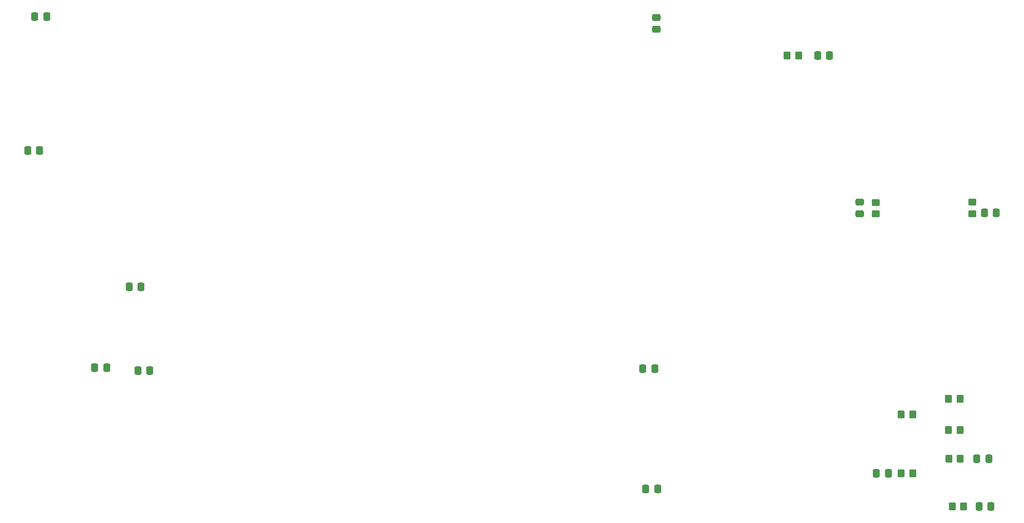
<source format=gbr>
%TF.GenerationSoftware,KiCad,Pcbnew,9.0.6*%
%TF.CreationDate,2026-01-14T23:40:17-08:00*%
%TF.ProjectId,ald_control_board,616c645f-636f-46e7-9472-6f6c5f626f61,rev?*%
%TF.SameCoordinates,Original*%
%TF.FileFunction,Paste,Top*%
%TF.FilePolarity,Positive*%
%FSLAX46Y46*%
G04 Gerber Fmt 4.6, Leading zero omitted, Abs format (unit mm)*
G04 Created by KiCad (PCBNEW 9.0.6) date 2026-01-14 23:40:17*
%MOMM*%
%LPD*%
G01*
G04 APERTURE LIST*
G04 Aperture macros list*
%AMRoundRect*
0 Rectangle with rounded corners*
0 $1 Rounding radius*
0 $2 $3 $4 $5 $6 $7 $8 $9 X,Y pos of 4 corners*
0 Add a 4 corners polygon primitive as box body*
4,1,4,$2,$3,$4,$5,$6,$7,$8,$9,$2,$3,0*
0 Add four circle primitives for the rounded corners*
1,1,$1+$1,$2,$3*
1,1,$1+$1,$4,$5*
1,1,$1+$1,$6,$7*
1,1,$1+$1,$8,$9*
0 Add four rect primitives between the rounded corners*
20,1,$1+$1,$2,$3,$4,$5,0*
20,1,$1+$1,$4,$5,$6,$7,0*
20,1,$1+$1,$6,$7,$8,$9,0*
20,1,$1+$1,$8,$9,$2,$3,0*%
G04 Aperture macros list end*
%ADD10RoundRect,0.250000X0.475000X-0.337500X0.475000X0.337500X-0.475000X0.337500X-0.475000X-0.337500X0*%
%ADD11RoundRect,0.250000X-0.450000X0.350000X-0.450000X-0.350000X0.450000X-0.350000X0.450000X0.350000X0*%
%ADD12RoundRect,0.250000X-0.337500X-0.475000X0.337500X-0.475000X0.337500X0.475000X-0.337500X0.475000X0*%
%ADD13RoundRect,0.250000X0.350000X0.450000X-0.350000X0.450000X-0.350000X-0.450000X0.350000X-0.450000X0*%
%ADD14RoundRect,0.250000X-0.475000X0.337500X-0.475000X-0.337500X0.475000X-0.337500X0.475000X0.337500X0*%
%ADD15RoundRect,0.250000X0.337500X0.475000X-0.337500X0.475000X-0.337500X-0.475000X0.337500X-0.475000X0*%
%ADD16RoundRect,0.250000X-0.350000X-0.450000X0.350000X-0.450000X0.350000X0.450000X-0.350000X0.450000X0*%
G04 APERTURE END LIST*
D10*
%TO.C,C14*%
X208279700Y-90292400D03*
X208279700Y-88217400D03*
%TD*%
D11*
%TO.C,R9*%
X227786900Y-88241600D03*
X227786900Y-90241600D03*
%TD*%
%TO.C,R8*%
X211022900Y-88292400D03*
X211022900Y-90292400D03*
%TD*%
D12*
%TO.C,C15*%
X229920500Y-90089200D03*
X231995500Y-90089200D03*
%TD*%
D13*
%TO.C,R10*%
X197630800Y-62788800D03*
X195630800Y-62788800D03*
%TD*%
%TO.C,R4*%
X225666600Y-127833600D03*
X223666600Y-127833600D03*
%TD*%
D14*
%TO.C,C20*%
X172944700Y-56112500D03*
X172944700Y-58187500D03*
%TD*%
D12*
%TO.C,C5*%
X81380112Y-103000000D03*
X83455112Y-103000000D03*
%TD*%
%TO.C,C11*%
X228578200Y-132862800D03*
X230653200Y-132862800D03*
%TD*%
D13*
%TO.C,R5*%
X225717400Y-132862800D03*
X223717400Y-132862800D03*
%TD*%
D15*
%TO.C,C2*%
X67075000Y-56000000D03*
X65000000Y-56000000D03*
%TD*%
D12*
%TO.C,C18*%
X171082987Y-138125200D03*
X173157987Y-138125200D03*
%TD*%
%TO.C,C17*%
X170575400Y-117195600D03*
X172650400Y-117195600D03*
%TD*%
D16*
%TO.C,R6*%
X215453000Y-135402800D03*
X217453000Y-135402800D03*
%TD*%
D12*
%TO.C,C9*%
X82925000Y-117500000D03*
X85000000Y-117500000D03*
%TD*%
D16*
%TO.C,R3*%
X215471800Y-125192000D03*
X217471800Y-125192000D03*
%TD*%
D12*
%TO.C,C13*%
X228984600Y-141143200D03*
X231059600Y-141143200D03*
%TD*%
%TO.C,C22*%
X200964800Y-62788800D03*
X203039800Y-62788800D03*
%TD*%
D13*
%TO.C,R7*%
X226311000Y-141143200D03*
X224311000Y-141143200D03*
%TD*%
D15*
%TO.C,C3*%
X65881200Y-79221500D03*
X63806200Y-79221500D03*
%TD*%
D13*
%TO.C,R2*%
X225666600Y-122448800D03*
X223666600Y-122448800D03*
%TD*%
D15*
%TO.C,C12*%
X213236600Y-135402800D03*
X211161600Y-135402800D03*
%TD*%
D12*
%TO.C,C7*%
X75425000Y-117000000D03*
X77500000Y-117000000D03*
%TD*%
M02*

</source>
